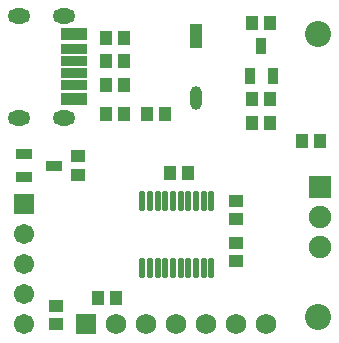
<source format=gts>
G04*
G04 #@! TF.GenerationSoftware,Altium Limited,Altium Designer,21.6.1 (37)*
G04*
G04 Layer_Color=8388736*
%FSLAX25Y25*%
%MOIN*%
G70*
G04*
G04 #@! TF.SameCoordinates,623A30CF-433B-4B46-B165-7DC5B4DDAD39*
G04*
G04*
G04 #@! TF.FilePolarity,Negative*
G04*
G01*
G75*
%ADD16R,0.04461X0.04658*%
%ADD17R,0.04658X0.04461*%
%ADD18R,0.05721X0.03556*%
%ADD19R,0.08674X0.03950*%
%ADD20R,0.08674X0.03792*%
%ADD21R,0.08674X0.03556*%
%ADD22R,0.03556X0.05721*%
%ADD23O,0.03950X0.07887*%
%ADD24R,0.03950X0.07887*%
%ADD25O,0.02178X0.06706*%
%ADD26R,0.07493X0.07493*%
%ADD27C,0.07493*%
%ADD28C,0.08674*%
%ADD29O,0.07493X0.05131*%
%ADD30C,0.06706*%
%ADD31R,0.06706X0.06706*%
%ADD32R,0.06896X0.06896*%
%ADD33C,0.06896*%
D16*
X35568Y79600D02*
D03*
X41631D02*
D03*
X55231Y79500D02*
D03*
X49169D02*
D03*
X90305Y84425D02*
D03*
X84242D02*
D03*
Y109834D02*
D03*
X90305D02*
D03*
X35520Y105069D02*
D03*
X41583D02*
D03*
Y97122D02*
D03*
X35520D02*
D03*
X41583Y89176D02*
D03*
X35520D02*
D03*
X90232Y76713D02*
D03*
X84168D02*
D03*
X62894Y59900D02*
D03*
X56831D02*
D03*
X38800Y18400D02*
D03*
X32737D02*
D03*
X106800Y70600D02*
D03*
X100737D02*
D03*
D17*
X78781Y30569D02*
D03*
Y36632D02*
D03*
Y50659D02*
D03*
Y44596D02*
D03*
X26133Y65431D02*
D03*
Y59368D02*
D03*
X18800Y15574D02*
D03*
Y9511D02*
D03*
D18*
X18043Y62400D02*
D03*
X8200Y58660D02*
D03*
Y66140D02*
D03*
D19*
X24710Y84481D02*
D03*
Y106135D02*
D03*
D20*
Y89324D02*
D03*
Y101292D02*
D03*
D21*
Y93339D02*
D03*
Y97276D02*
D03*
D22*
X87274Y102198D02*
D03*
X91014Y92355D02*
D03*
X83533D02*
D03*
D23*
X65610Y84875D02*
D03*
D24*
Y105741D02*
D03*
D25*
X47539Y28150D02*
D03*
X50098D02*
D03*
X52658D02*
D03*
X55216D02*
D03*
X57776D02*
D03*
X60335D02*
D03*
X62894D02*
D03*
X65453D02*
D03*
X68012D02*
D03*
X70571D02*
D03*
X47539Y50590D02*
D03*
X50098D02*
D03*
X52658D02*
D03*
X55216D02*
D03*
X57776D02*
D03*
X60335D02*
D03*
X62894D02*
D03*
X65453D02*
D03*
X68012D02*
D03*
X70571D02*
D03*
D26*
X106800Y55200D02*
D03*
D27*
Y45200D02*
D03*
Y35200D02*
D03*
D28*
X106299Y106299D02*
D03*
Y11811D02*
D03*
D29*
X21561Y78300D02*
D03*
Y112316D02*
D03*
X6600D02*
D03*
Y78300D02*
D03*
D30*
X8200Y9511D02*
D03*
Y19511D02*
D03*
Y29511D02*
D03*
Y39511D02*
D03*
D31*
Y49511D02*
D03*
D32*
X28800Y9425D02*
D03*
D33*
X68852Y9511D02*
D03*
X78851D02*
D03*
X88851D02*
D03*
X58800Y9415D02*
D03*
X48800D02*
D03*
X38800D02*
D03*
M02*

</source>
